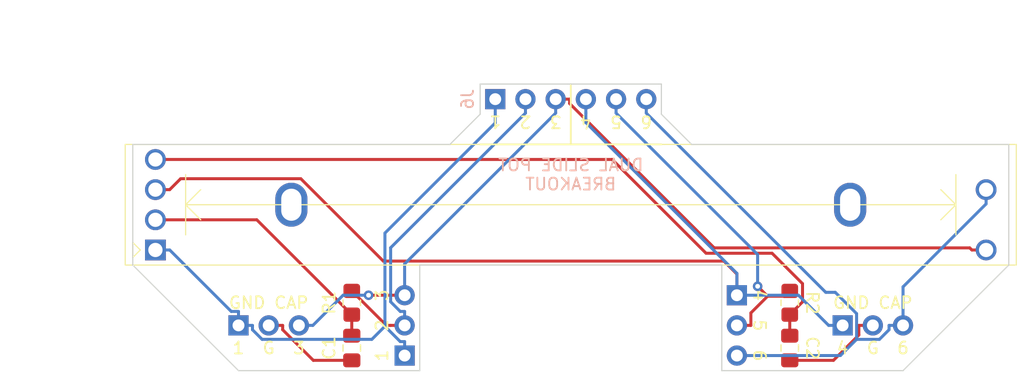
<source format=kicad_pcb>
(kicad_pcb (version 20221018) (generator pcbnew)
  (layers (0 "F.Cu" signal) (31 "B.Cu" signal) (34 "B.Paste" user) (35 "F.Paste" user) (36 "B.SilkS" user "B.Silkscreen") (37 "F.SilkS" user "F.Silkscreen") (38 "B.Mask" user) (39 "F.Mask" user) (44 "Edge.Cuts" user))
  (net 0 "")
  (net 1 "2")
  (net 2 "5")
  (net 3 "4")
  (net 4 "6")
  (net 5 "1")
  (net 6 "3")
  (net 7 "Net-(J1-C)")
  (net 8 "Net-(J2-C)")
  (net 9 "LOUT")
  (net 10 "ROUT")
  (footprint "Resistor_SMD:R_0805_2012Metric_Pad1.20x1.40mm_HandSolder" (layer "F.Cu") (at 60.325 78.105 90)
    (fp_text reference "R1" (at 0 -1.905 90 unlocked) (layer "F.SilkS"))
    (fp_text value "0R" hide)
    (fp_line (start -0.227064 -0.735) (end 0.227064 -0.735) (stroke (width 0.12)) (layer "F.SilkS"))
    (fp_line (start -0.227064 0.735) (end 0.227064 0.735) (stroke (width 0.12)) (layer "F.SilkS"))
    (pad "1" smd roundrect (at -1 0 90) (size 1.2 1.4) (layers "F.Cu" "F.Paste" "F.Mask") (roundrect_rratio 0.208333) (net 9 "LOUT"))
    (pad "2" smd roundrect (at 1 0 90) (size 1.2 1.4) (layers "F.Cu" "F.Paste" "F.Mask") (roundrect_rratio 0.208333) (net 1 "2"))
  )
  (footprint "Resistor_SMD:R_0805_2012Metric_Pad1.20x1.40mm_HandSolder" (layer "F.Cu") (at 97.155 78.105 -90)
    (fp_text reference "R2" (at 0 -1.905 -90 unlocked) (layer "F.SilkS"))
    (fp_text value "0R" hide)
    (fp_line (start -0.227064 -0.735) (end 0.227064 -0.735) (stroke (width 0.12)) (layer "F.SilkS"))
    (fp_line (start -0.227064 0.735) (end 0.227064 0.735) (stroke (width 0.12)) (layer "F.SilkS"))
    (pad "1" smd roundrect (at -1 0 270) (size 1.2 1.4) (layers "F.Cu" "F.Paste" "F.Mask") (roundrect_rratio 0.208333) (net 2 "5"))
    (pad "2" smd roundrect (at 1 0 270) (size 1.2 1.4) (layers "F.Cu" "F.Paste" "F.Mask") (roundrect_rratio 0.208333) (net 10 "ROUT"))
  )
  (footprint "Capacitor_SMD:C_0805_2012Metric_Pad1.18x1.45mm_HandSolder" (layer "F.Cu") (at 97.155 81.915 -90)
    (fp_text reference "C2" (at 0 -1.905 -90 unlocked) (layer "F.SilkS"))
    (fp_text value "1uF" hide)
    (fp_line (start -0.261252 -0.735) (end 0.261252 -0.735) (stroke (width 0.12)) (layer "F.SilkS"))
    (fp_line (start -0.261252 0.735) (end 0.261252 0.735) (stroke (width 0.12)) (layer "F.SilkS"))
    (pad "1" smd roundrect (at -1.0375 0 270) (size 1.175 1.45) (layers "F.Cu" "F.Paste" "F.Mask") (roundrect_rratio 0.212766) (net 10 "ROUT"))
    (pad "2" smd roundrect (at 1.0375 0 270) (size 1.175 1.45) (layers "F.Cu" "F.Paste" "F.Mask") (roundrect_rratio 0.212766) (net 8 "Net-(J2-C)"))
  )
  (footprint "Library:PinHeader_1x03_P2.54mm_Vertical_no_silk" (layer "F.Cu") (at 50.8 80.01 90)
    (fp_text reference "J1" hide)
    (fp_text value "Conn_01x03" hide)
    (pad "1" thru_hole rect (at 0 0 90) (size 1.7 1.7) (drill 1) (layers "*.Cu" "*.Mask") (net 5 "1"))
    (pad "2" thru_hole oval (at 0 2.54 90) (size 1.7 1.7) (drill 1) (layers "*.Cu" "*.Mask") (net 7 "Net-(J1-C)"))
    (pad "3" thru_hole oval (at 0 5.08 90) (size 1.7 1.7) (drill 1) (layers "*.Cu" "*.Mask") (net 6 "3"))
  )
  (footprint "Library:PinHeader_1x03_P2.54mm_Vertical_no_silk" (layer "F.Cu") (at 101.6 80.01 90)
    (fp_text reference "J2" hide)
    (fp_text value "Conn_01x03" hide)
    (pad "1" thru_hole rect (at 0 0 90) (size 1.7 1.7) (drill 1) (layers "*.Cu" "*.Mask") (net 3 "4"))
    (pad "2" thru_hole oval (at 0 2.54 90) (size 1.7 1.7) (drill 1) (layers "*.Cu" "*.Mask") (net 8 "Net-(J2-C)"))
    (pad "3" thru_hole oval (at 0 5.08 90) (size 1.7 1.7) (drill 1) (layers "*.Cu" "*.Mask") (net 4 "6"))
  )
  (footprint "Library:Potentiometer_60mm_Travel_Dual_Slide" (layer "F.Cu") (at 78.74 69.85)
    (fp_text reference "RV1" hide)
    (fp_text value "R_Potentiometer_Dual" hide)
    (fp_line (start -36.83 3.175) (end -36.83 4.445) (stroke (width 0.1)) (layer "F.SilkS"))
    (fp_line (start -36.83 4.445) (end -36.195 3.81) (stroke (width 0.1)) (layer "F.SilkS"))
    (fp_line (start -36.195 3.81) (end -36.83 3.175) (stroke (width 0.1)) (layer "F.SilkS"))
    (fp_line (start -32.385 -2.54) (end -32.385 2.54) (stroke (width 0.1)) (layer "F.SilkS"))
    (fp_line (start -32.385 0) (end -31.115 -1.27) (stroke (width 0.1)) (layer "F.SilkS"))
    (fp_line (start -32.385 0) (end -31.115 1.27) (stroke (width 0.1)) (layer "F.SilkS"))
    (fp_line (start 32.385 -2.54) (end 32.385 2.54) (stroke (width 0.1)) (layer "F.SilkS"))
    (fp_line (start 32.385 0) (end -32.385 0) (stroke (width 0.1)) (layer "F.SilkS"))
    (fp_line (start 32.385 0) (end 31.115 -1.27) (stroke (width 0.1)) (layer "F.SilkS"))
    (fp_line (start 32.385 0) (end 31.115 1.27) (stroke (width 0.1)) (layer "F.SilkS"))
    (fp_rect (start -37.465 -5.08) (end 37.465 5.08) (stroke (width 0.1)) (fill none) (layer "F.SilkS"))
    (pad "1" thru_hole rect (at -34.925 3.81) (size 1.75 1.75) (drill 1.2) (layers "*.Cu" "*.Mask") (net 5 "1"))
    (pad "2" thru_hole oval (at -34.925 1.27) (size 1.75 1.75) (drill 1.2) (layers "*.Cu" "*.Mask") (net 9 "LOUT"))
    (pad "3" thru_hole oval (at 34.925 3.81) (size 1.75 1.75) (drill 1.2) (layers "*.Cu" "*.Mask") (net 6 "3"))
    (pad "4" thru_hole oval (at -34.925 -1.27) (size 1.75 1.75) (drill 1.2) (layers "*.Cu" "*.Mask") (net 3 "4"))
    (pad "5" thru_hole oval (at -34.925 -3.81) (size 1.75 1.75) (drill 1.2) (layers "*.Cu" "*.Mask") (net 10 "ROUT"))
    (pad "6" thru_hole oval (at 34.925 -1.27) (size 1.75 1.75) (drill 1.2) (layers "*.Cu" "*.Mask") (net 4 "6"))
    (pad "MP" thru_hole oval (at -23.495 0) (size 2.7 3.7) (drill oval 1.7 2.7) (layers "*.Cu" "*.Mask"))
    (pad "MP" thru_hole oval (at 23.495 0) (size 2.7 3.7) (drill oval 1.7 2.7) (layers "*.Cu" "*.Mask"))
  )
  (footprint "Capacitor_SMD:C_0805_2012Metric_Pad1.18x1.45mm_HandSolder" (layer "F.Cu") (at 60.325 81.915 -90)
    (fp_text reference "C1" (at 0 1.905 90 unlocked) (layer "F.SilkS"))
    (fp_text value "1uF" hide)
    (fp_line (start -0.261252 -0.735) (end 0.261252 -0.735) (stroke (width 0.12)) (layer "F.SilkS"))
    (fp_line (start -0.261252 0.735) (end 0.261252 0.735) (stroke (width 0.12)) (layer "F.SilkS"))
    (pad "1" smd roundrect (at -1.0375 0 270) (size 1.175 1.45) (layers "F.Cu" "F.Paste" "F.Mask") (roundrect_rratio 0.212766) (net 9 "LOUT"))
    (pad "2" smd roundrect (at 1.0375 0 270) (size 1.175 1.45) (layers "F.Cu" "F.Paste" "F.Mask") (roundrect_rratio 0.212766) (net 7 "Net-(J1-C)"))
  )
  (footprint "Library:PinHeader_1x06_P2.54mm_Vertical_no_silk" (layer "B.Cu") (at 72.39 60.96 -90)
    (fp_text reference "J6" (at 0 2.33 90) (layer "B.SilkS") (effects (justify mirror)))
    (fp_text value "Conn_01x06")
    (pad "1" thru_hole rect (at 0 0 270) (size 1.7 1.7) (drill 1) (layers "*.Cu" "*.Mask") (net 5 "1"))
    (pad "2" thru_hole oval (at 0 -2.54 270) (size 1.7 1.7) (drill 1) (layers "*.Cu" "*.Mask") (net 1 "2"))
    (pad "3" thru_hole oval (at 0 -5.08 270) (size 1.7 1.7) (drill 1) (layers "*.Cu" "*.Mask") (net 6 "3"))
    (pad "4" thru_hole oval (at 0 -7.62 270) (size 1.7 1.7) (drill 1) (layers "*.Cu" "*.Mask") (net 3 "4"))
    (pad "5" thru_hole oval (at 0 -10.16 270) (size 1.7 1.7) (drill 1) (layers "*.Cu" "*.Mask") (net 2 "5"))
    (pad "6" thru_hole oval (at 0 -12.7 270) (size 1.7 1.7) (drill 1) (layers "*.Cu" "*.Mask") (net 4 "6"))
  )
  (footprint "Library:PinHeader_1x03_P2.54mm_Vertical_no_silk" (layer "B.Cu") (at 92.71 77.47 180)
    (fp_text reference "J4" hide)
    (fp_text value "Conn_01x03" hide)
    (pad "1" thru_hole rect (at 0 0 180) (size 1.7 1.7) (drill 1) (layers "*.Cu" "*.Mask") (net 3 "4"))
    (pad "2" thru_hole oval (at 0 -2.54 180) (size 1.7 1.7) (drill 1) (layers "*.Cu" "*.Mask") (net 2 "5"))
    (pad "3" thru_hole oval (at 0 -5.08 180) (size 1.7 1.7) (drill 1) (layers "*.Cu" "*.Mask") (net 4 "6"))
  )
  (footprint "Library:PinHeader_1x03_P2.54mm_Vertical_no_silk" (layer "B.Cu") (at 64.77 82.55)
    (fp_text reference "J3" hide)
    (fp_text value "Conn_01x03" hide)
    (pad "1" thru_hole rect (at 0 0) (size 1.7 1.7) (drill 1) (layers "*.Cu" "*.Mask") (net 5 "1"))
    (pad "2" thru_hole oval (at 0 -2.54) (size 1.7 1.7) (drill 1) (layers "*.Cu" "*.Mask") (net 1 "2"))
    (pad "3" thru_hole oval (at 0 -5.08) (size 1.7 1.7) (drill 1) (layers "*.Cu" "*.Mask") (net 6 "3"))
  )
  (gr_line (start 78.74 64.77) (end 71.12 64.77) (stroke (width 0.15)) (layer "F.SilkS"))
  (gr_line (start 78.74 64.77) (end 86.36 64.77) (stroke (width 0.15)) (layer "F.SilkS"))
  (gr_line (start 78.74 59.69) (end 78.74 64.77) (stroke (width 0.15)) (layer "F.SilkS"))
  (gr_line (start 66.04 74.93) (end 66.04 83.82) (stroke (width 0.1)) (layer "Edge.Cuts"))
  (gr_line (start 71.12 59.69) (end 86.36 59.69) (stroke (width 0.1)) (layer "Edge.Cuts"))
  (gr_line (start 86.36 59.69) (end 86.36 62.23) (stroke (width 0.1)) (layer "Edge.Cuts"))
  (gr_line (start 41.91 64.77) (end 68.58 64.77) (stroke (width 0.1)) (layer "Edge.Cuts"))
  (gr_line (start 66.04 83.82) (end 50.8 83.82) (stroke (width 0.1)) (layer "Edge.Cuts"))
  (gr_line (start 106.68 83.82) (end 91.44 83.82) (stroke (width 0.1)) (layer "Edge.Cuts"))
  (gr_line (start 86.36 62.23) (end 88.9 64.77) (stroke (width 0.1)) (layer "Edge.Cuts"))
  (gr_line (start 88.9 64.77) (end 115.57 64.77) (stroke (width 0.1)) (layer "Edge.Cuts"))
  (gr_line (start 71.12 62.23) (end 71.12 59.69) (stroke (width 0.1)) (layer "Edge.Cuts"))
  (gr_line (start 91.44 74.93) (end 66.04 74.93) (stroke (width 0.1)) (layer "Edge.Cuts"))
  (gr_line (start 41.91 74.93) (end 50.8 83.82) (stroke (width 0.1)) (layer "Edge.Cuts"))
  (gr_line (start 115.57 74.93) (end 106.68 83.82) (stroke (width 0.1)) (layer "Edge.Cuts"))
  (gr_line (start 71.12 62.23) (end 68.58 64.77) (stroke (width 0.1)) (layer "Edge.Cuts"))
  (gr_line (start 115.57 64.77) (end 115.57 74.93) (stroke (width 0.1)) (layer "Edge.Cuts"))
  (gr_line (start 41.91 74.93) (end 41.91 64.77) (stroke (width 0.1)) (layer "Edge.Cuts"))
  (gr_line (start 91.44 83.82) (end 91.44 74.93) (stroke (width 0.1)) (layer "Edge.Cuts"))
  (gr_text "DUAL SLIDE POT\nBREAKOUT" (at 78.74 67.31) (layer "B.SilkS") (effects (font (size 1 1)) (justify mirror)))
  (gr_text "2" (at 62.865 80.01 90) (layer "F.SilkS") (effects (font (size 1 1))))
  (gr_text "3" (at 55.88 81.915) (layer "F.SilkS") (effects (font (size 1 1))))
  (gr_text "4" (at 94.615 77.47 270) (layer "F.SilkS") (effects (font (size 1 1))))
  (gr_text "2" (at 74.93 62.865 180) (layer "F.SilkS") (effects (font (size 1 1))))
  (gr_text "5" (at 94.615 80.01 270) (layer "F.SilkS") (effects (font (size 1 1))))
  (gr_text "4" (at 101.6 81.915) (layer "F.SilkS") (effects (font (size 1 1))))
  (gr_text "6" (at 106.68 81.915) (layer "F.SilkS") (effects (font (size 1 1))))
  (gr_text "GND CAP" (at 104.14 78.105) (layer "F.SilkS") (effects (font (size 1 1))))
  (gr_text "6" (at 85.09 62.865 180) (layer "F.SilkS") (effects (font (size 1 1))))
  (gr_text "1" (at 50.8 81.915) (layer "F.SilkS") (effects (font (size 1 1))))
  (gr_text "5" (at 82.55 62.865 180) (layer "F.SilkS") (effects (font (size 1 1))))
  (gr_text "3" (at 62.865 77.47 90) (layer "F.SilkS") (effects (font (size 1 1))))
  (gr_text "GND CAP" (at 53.34 78.105) (layer "F.SilkS") (effects (font (size 1 1))))
  (gr_text "G" (at 104.14 81.915) (layer "F.SilkS") (effects (font (size 1 1))))
  (gr_text "1" (at 72.39 62.865 180) (layer "F.SilkS") (effects (font (size 1 1))))
  (gr_text "6" (at 94.615 82.55 270) (layer "F.SilkS") (effects (font (size 1 1))))
  (gr_text "4" (at 80.01 62.865 180) (layer "F.SilkS") (effects (font (size 1 1))))
  (gr_text "1" (at 62.865 82.55 90) (layer "F.SilkS") (effects (font (size 1 1))))
  (gr_text "3" (at 77.47 62.865 180) (layer "F.SilkS") (effects (font (size 1 1))))
  (gr_text "G" (at 53.34 81.915) (layer "F.SilkS") (effects (font (size 1 1))))
  (segment (start 63.23 80.01) (end 63.5949 80.01) (width 0.25) (layer "F.Cu") (net 1))
  (segment (start 64.77 80.01) (end 63.5949 80.01) (width 0.25) (layer "F.Cu") (net 1))
  (segment (start 60.325 77.105) (end 63.23 80.01) (width 0.25) (layer "F.Cu") (net 1))
  (segment (start 63.5943 78.0245) (end 63.5943 73.4708) (width 0.25) (layer "B.Cu") (net 1))
  (segment (start 63.5943 73.4708) (end 74.93 62.1351) (width 0.25) (layer "B.Cu") (net 1))
  (segment (start 74.93 60.96) (end 74.93 62.1351) (width 0.25) (layer "B.Cu") (net 1))
  (segment (start 64.4047 78.8349) (end 63.5943 78.0245) (width 0.25) (layer "B.Cu") (net 1))
  (segment (start 64.77 78.8349) (end 64.4047 78.8349) (width 0.25) (layer "B.Cu") (net 1))
  (segment (start 64.77 80.01) (end 64.77 78.8349) (width 0.25) (layer "B.Cu") (net 1))
  (segment (start 95.2895 77.555) (end 94.4526 76.7181) (width 0.25) (layer "F.Cu") (net 2))
  (segment (start 92.71 80.01) (end 93.8851 80.01) (width 0.25) (layer "F.Cu") (net 2))
  (segment (start 93.8851 80.01) (end 93.8851 78.9594) (width 0.25) (layer "F.Cu") (net 2))
  (segment (start 96.705 77.555) (end 97.155 77.105) (width 0.25) (layer "F.Cu") (net 2))
  (segment (start 93.8851 78.9594) (end 95.2895 77.555) (width 0.25) (layer "F.Cu") (net 2))
  (segment (start 95.2895 77.555) (end 96.705 77.555) (width 0.25) (layer "F.Cu") (net 2))
  (via (at 94.4526 76.7181) (size 0.8) (drill 0.4) (layers "F.Cu" "B.Cu") (net 2))
  (segment (start 94.4526 74.0377) (end 94.4526 76.7181) (width 0.25) (layer "B.Cu") (net 2))
  (segment (start 82.55 62.1351) (end 94.4526 74.0377) (width 0.25) (layer "B.Cu") (net 2))
  (segment (start 82.55 60.96) (end 82.55 62.1351) (width 0.25) (layer "B.Cu") (net 2))
  (segment (start 43.815 68.58) (end 45.0151 68.58) (width 0.25) (layer "F.Cu") (net 3))
  (segment (start 45.9361 67.659) (end 45.0151 68.58) (width 0.25) (layer "F.Cu") (net 3))
  (segment (start 56.0385 67.659) (end 45.9361 67.659) (width 0.25) (layer "F.Cu") (net 3))
  (segment (start 62.9743 74.5948) (end 56.0385 67.659) (width 0.25) (layer "F.Cu") (net 3))
  (segment (start 92.71 75.69) (end 91.6148 74.5948) (width 0.25) (layer "F.Cu") (net 3))
  (segment (start 91.6148 74.5948) (end 62.9743 74.5948) (width 0.25) (layer "F.Cu") (net 3))
  (segment (start 92.71 77.47) (end 92.71 75.69) (width 0.25) (layer "F.Cu") (net 3))
  (segment (start 92.71 77.47) (end 97.8849 77.47) (width 0.25) (layer "B.Cu") (net 3))
  (segment (start 92.71 76.2949) (end 92.71 75.6301) (width 0.25) (layer "B.Cu") (net 3))
  (segment (start 97.8849 77.47) (end 100.4249 80.01) (width 0.25) (layer "B.Cu") (net 3))
  (segment (start 92.71 77.47) (end 92.71 76.2949) (width 0.25) (layer "B.Cu") (net 3))
  (segment (start 92.71 75.6301) (end 80.01 62.9301) (width 0.25) (layer "B.Cu") (net 3))
  (segment (start 80.01 60.96) (end 80.01 62.1351) (width 0.25) (layer "B.Cu") (net 3))
  (segment (start 80.01 62.9301) (end 80.01 62.1351) (width 0.25) (layer "B.Cu") (net 3))
  (segment (start 101.6 80.01) (end 100.4249 80.01) (width 0.25) (layer "B.Cu") (net 3))
  (segment (start 104.6949 81.1852) (end 105.5049 80.3752) (width 0.25) (layer "B.Cu") (net 4))
  (segment (start 105.5049 80.3752) (end 105.5049 80.01) (width 0.25) (layer "B.Cu") (net 4))
  (segment (start 101.4104 82.55) (end 102.7752 81.1852) (width 0.25) (layer "B.Cu") (net 4))
  (segment (start 106.68 76.7651) (end 106.68 80.01) (width 0.25) (layer "B.Cu") (net 4))
  (segment (start 113.665 68.58) (end 113.665 69.7801) (width 0.25) (layer "B.Cu") (net 4))
  (segment (start 85.09 62.1351) (end 100.1821 77.2272) (width 0.25) (layer "B.Cu") (net 4))
  (segment (start 100.1821 77.2272) (end 100.9828 77.2272) (width 0.25) (layer "B.Cu") (net 4))
  (segment (start 85.09 60.96) (end 85.09 62.1351) (width 0.25) (layer "B.Cu") (net 4))
  (segment (start 106.68 80.01) (end 105.5049 80.01) (width 0.25) (layer "B.Cu") (net 4))
  (segment (start 100.9828 77.2272) (end 102.7752 79.0196) (width 0.25) (layer "B.Cu") (net 4))
  (segment (start 102.7752 81.1852) (end 104.6949 81.1852) (width 0.25) (layer "B.Cu") (net 4))
  (segment (start 102.7752 79.0196) (end 102.7752 81.1852) (width 0.25) (layer "B.Cu") (net 4))
  (segment (start 113.665 69.7801) (end 106.68 76.7651) (width 0.25) (layer "B.Cu") (net 4))
  (segment (start 92.71 82.55) (end 101.4104 82.55) (width 0.25) (layer "B.Cu") (net 4))
  (segment (start 63.1134 80.0855) (end 62.0138 81.1851) (width 0.25) (layer "B.Cu") (net 5))
  (segment (start 63.1134 72.2381) (end 63.1134 80.0855) (width 0.25) (layer "B.Cu") (net 5))
  (segment (start 52.7829 81.1851) (end 51.9751 80.3773) (width 0.25) (layer "B.Cu") (net 5))
  (segment (start 63.1134 80.0855) (end 64.4028 81.3749) (width 0.25) (layer "B.Cu") (net 5))
  (segment (start 64.4028 81.3749) (end 64.77 81.3749) (width 0.25) (layer "B.Cu") (net 5))
  (segment (start 43.815 73.66) (end 45.0151 73.66) (width 0.25) (layer "B.Cu") (net 5))
  (segment (start 72.39 60.96) (end 72.39 62.9615) (width 0.25) (layer "B.Cu") (net 5))
  (segment (start 51.9751 80.3773) (end 51.9751 80.01) (width 0.25) (layer "B.Cu") (net 5))
  (segment (start 62.0138 81.1851) (end 52.7829 81.1851) (width 0.25) (layer "B.Cu") (net 5))
  (segment (start 50.8 80.01) (end 50.8 78.8349) (width 0.25) (layer "B.Cu") (net 5))
  (segment (start 50.8 80.01) (end 51.9751 80.01) (width 0.25) (layer "B.Cu") (net 5))
  (segment (start 72.39 62.9615) (end 63.1134 72.2381) (width 0.25) (layer "B.Cu") (net 5))
  (segment (start 64.77 82.55) (end 64.77 81.3749) (width 0.25) (layer "B.Cu") (net 5))
  (segment (start 45.0151 73.66) (end 50.19 78.8349) (width 0.25) (layer "B.Cu") (net 5))
  (segment (start 50.19 78.8349) (end 50.8 78.8349) (width 0.25) (layer "B.Cu") (net 5))
  (segment (start 64.77 77.47) (end 61.7367 77.47) (width 0.25) (layer "F.Cu") (net 6))
  (segment (start 90.8024 73.4845) (end 78.6451 61.3272) (width 0.25) (layer "F.Cu") (net 6))
  (segment (start 77.47 60.96) (end 78.6451 60.96) (width 0.25) (layer "F.Cu") (net 6))
  (segment (start 112.4649 73.66) (end 112.2894 73.4845) (width 0.25) (layer "F.Cu") (net 6))
  (segment (start 112.2894 73.4845) (end 90.8024 73.4845) (width 0.25) (layer "F.Cu") (net 6))
  (segment (start 113.665 73.66) (end 112.4649 73.66) (width 0.25) (layer "F.Cu") (net 6))
  (segment (start 78.6451 61.3272) (end 78.6451 60.96) (width 0.25) (layer "F.Cu") (net 6))
  (via (at 61.7367 77.47) (size 0.8) (drill 0.4) (layers "F.Cu" "B.Cu") (net 6))
  (segment (start 59.5951 77.47) (end 61.7367 77.47) (width 0.25) (layer "B.Cu") (net 6))
  (segment (start 77.47 60.96) (end 77.47 62.1351) (width 0.25) (layer "B.Cu") (net 6))
  (segment (start 64.77 74.8351) (end 64.77 77.47) (width 0.25) (layer "B.Cu") (net 6))
  (segment (start 77.47 62.1351) (end 64.77 74.8351) (width 0.25) (layer "B.Cu") (net 6))
  (segment (start 57.0551 80.01) (end 59.5951 77.47) (width 0.25) (layer "B.Cu") (net 6))
  (segment (start 55.88 80.01) (end 57.0551 80.01) (width 0.25) (layer "B.Cu") (net 6))
  (segment (start 57.0904 82.9525) (end 60.325 82.9525) (width 0.25) (layer "F.Cu") (net 7))
  (segment (start 54.5151 80.3772) (end 57.0904 82.9525) (width 0.25) (layer "F.Cu") (net 7))
  (segment (start 53.34 80.01) (end 54.5151 80.01) (width 0.25) (layer "F.Cu") (net 7))
  (segment (start 54.5151 80.01) (end 54.5151 80.3772) (width 0.25) (layer "F.Cu") (net 7))
  (segment (start 102.9649 80.01) (end 102.9649 80.8179) (width 0.25) (layer "F.Cu") (net 8))
  (segment (start 100.8303 82.9525) (end 97.155 82.9525) (width 0.25) (layer "F.Cu") (net 8))
  (segment (start 102.9649 80.8179) (end 100.8303 82.9525) (width 0.25) (layer "F.Cu") (net 8))
  (segment (start 104.14 80.01) (end 102.9649 80.01) (width 0.25) (layer "F.Cu") (net 8))
  (segment (start 60.325 80.8775) (end 60.325 79.105) (width 0.25) (layer "F.Cu") (net 9))
  (segment (start 52.34 71.12) (end 60.325 79.105) (width 0.25) (layer "F.Cu") (net 9))
  (segment (start 43.815 71.12) (end 52.34 71.12) (width 0.25) (layer "F.Cu") (net 9))
  (segment (start 97.155 80.8775) (end 97.155 79.105) (width 0.25) (layer "F.Cu") (net 10))
  (segment (start 98.2288 76.4965) (end 95.6669 73.9346) (width 0.25) (layer "F.Cu") (net 10))
  (segment (start 95.6669 73.9346) (end 90.1156 73.9346) (width 0.25) (layer "F.Cu") (net 10))
  (segment (start 98.2288 78.0312) (end 98.2288 76.4965) (width 0.25) (layer "F.Cu") (net 10))
  (segment (start 90.1156 73.9346) (end 82.221 66.04) (width 0.25) (layer "F.Cu") (net 10))
  (segment (start 82.221 66.04) (end 43.815 66.04) (width 0.25) (layer "F.Cu") (net 10))
  (segment (start 97.155 79.105) (end 98.2288 78.0312) (width 0.25) (layer "F.Cu") (net 10))
)
</source>
